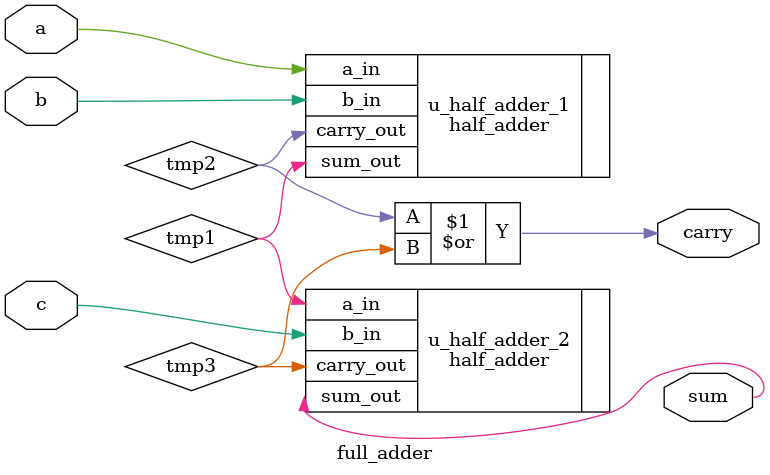
<source format=v>
module full_adder(a, b, c, sum, carry);

  input wire a;
  input wire b;
  input wire c;
  output wire sum;
  output wire carry;
  wire tmp1, tmp2, tmp3;
  
  half_adder u_half_adder_1(
    .a_in(a),
    .b_in(b),
    .sum_out(tmp1),
    .carry_out(tmp2)
  );

  half_adder u_half_adder_2(
    .a_in(tmp1),
    .b_in(c),
    .sum_out(sum),
    .carry_out(tmp3)
  );

  assign carry = tmp2 | tmp3;
  
endmodule

</source>
